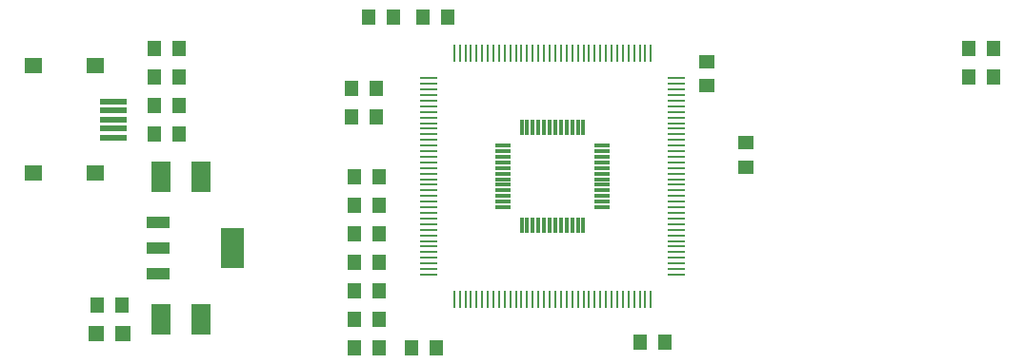
<source format=gtp>
G04 (created by PCBNEW-RS274X (2012-01-19 BZR 3256)-stable) date 16/09/2012 01:08:52*
G01*
G70*
G90*
%MOIN*%
G04 Gerber Fmt 3.4, Leading zero omitted, Abs format*
%FSLAX34Y34*%
G04 APERTURE LIST*
%ADD10C,0.006000*%
%ADD11R,0.060000X0.010000*%
%ADD12R,0.010000X0.060000*%
%ADD13R,0.080000X0.144000*%
%ADD14R,0.080000X0.040000*%
%ADD15R,0.070000X0.110000*%
%ADD16R,0.045000X0.055000*%
%ADD17R,0.055000X0.055000*%
%ADD18R,0.011800X0.057200*%
%ADD19R,0.057200X0.011800*%
%ADD20R,0.055000X0.045000*%
%ADD21R,0.063000X0.055100*%
%ADD22R,0.092500X0.019700*%
G04 APERTURE END LIST*
G54D10*
G54D11*
X75675Y-43055D03*
X75675Y-43255D03*
X75675Y-43450D03*
X75675Y-43645D03*
X75675Y-43845D03*
X75675Y-44040D03*
X75675Y-44235D03*
X75675Y-44435D03*
X75675Y-44630D03*
X75675Y-44825D03*
X75675Y-45025D03*
X75675Y-45220D03*
X75675Y-45415D03*
X75675Y-45615D03*
X75675Y-45810D03*
X75675Y-46005D03*
X75675Y-46205D03*
X75675Y-46400D03*
X75675Y-46600D03*
X75675Y-46795D03*
X75675Y-46995D03*
X75675Y-47190D03*
X75675Y-47385D03*
X75675Y-47585D03*
X75675Y-47780D03*
X75675Y-47975D03*
X75675Y-48175D03*
X75675Y-48370D03*
X75675Y-48565D03*
X75675Y-48765D03*
X75675Y-48960D03*
X75675Y-49155D03*
X75675Y-49355D03*
X75675Y-49550D03*
X75675Y-49745D03*
X75675Y-49945D03*
G54D12*
X82265Y-50825D03*
X82460Y-50825D03*
X82655Y-50825D03*
X82855Y-50825D03*
X83050Y-50825D03*
X83245Y-50825D03*
X83445Y-50825D03*
X82460Y-42175D03*
X82265Y-42175D03*
X82065Y-42175D03*
X81870Y-42175D03*
X81675Y-42175D03*
X81475Y-42175D03*
X81280Y-42175D03*
X81085Y-42175D03*
X80885Y-42175D03*
X80690Y-42175D03*
X80495Y-42175D03*
X80295Y-42175D03*
X80100Y-42175D03*
X79900Y-42175D03*
X79705Y-42175D03*
X79505Y-42175D03*
X79310Y-42175D03*
X79115Y-42175D03*
X78915Y-42175D03*
X78720Y-42175D03*
X78525Y-42175D03*
X78325Y-42175D03*
X78130Y-42175D03*
X77935Y-42175D03*
X77735Y-42175D03*
X77540Y-42175D03*
X77345Y-42175D03*
X77145Y-42175D03*
X76950Y-42175D03*
X76755Y-42175D03*
X76555Y-42175D03*
X76555Y-50825D03*
X76755Y-50825D03*
X76950Y-50825D03*
X77145Y-50825D03*
X77345Y-50825D03*
X77540Y-50825D03*
X77735Y-50825D03*
X77935Y-50825D03*
X78130Y-50825D03*
X78325Y-50825D03*
X78525Y-50825D03*
X78720Y-50825D03*
X78915Y-50825D03*
X79115Y-50825D03*
X79310Y-50825D03*
X79505Y-50825D03*
X79705Y-50825D03*
X79900Y-50825D03*
X80100Y-50825D03*
X80295Y-50825D03*
X80495Y-50825D03*
X80690Y-50825D03*
X80885Y-50825D03*
X81085Y-50825D03*
X81280Y-50825D03*
X81475Y-50825D03*
X81675Y-50825D03*
X81870Y-50825D03*
X82065Y-50825D03*
G54D11*
X84325Y-48960D03*
X84325Y-48765D03*
X84325Y-48565D03*
X84325Y-48370D03*
X84325Y-48175D03*
X84325Y-47975D03*
X84325Y-47780D03*
X84325Y-47585D03*
X84325Y-47385D03*
X84325Y-47190D03*
X84325Y-46995D03*
X84325Y-46795D03*
X84325Y-46600D03*
X84325Y-46400D03*
X84325Y-46205D03*
X84325Y-46005D03*
X84325Y-45810D03*
X84325Y-45615D03*
X84325Y-45415D03*
X84325Y-45220D03*
X84325Y-45025D03*
X84325Y-44825D03*
X84325Y-44630D03*
X84325Y-44435D03*
X84325Y-44235D03*
X84325Y-44040D03*
X84325Y-43845D03*
X84325Y-43645D03*
X84325Y-43450D03*
X84325Y-43255D03*
X84325Y-43055D03*
X84325Y-49945D03*
X84325Y-49745D03*
X84325Y-49550D03*
X84325Y-49355D03*
X84325Y-49155D03*
G54D12*
X83445Y-42175D03*
X83245Y-42175D03*
X83050Y-42175D03*
X82855Y-42175D03*
X82655Y-42175D03*
G54D13*
X68800Y-49000D03*
G54D14*
X66200Y-49000D03*
X66200Y-49900D03*
X66200Y-48100D03*
G54D15*
X67700Y-51500D03*
X66300Y-51500D03*
X67700Y-46500D03*
X66300Y-46500D03*
G54D16*
X73075Y-52500D03*
X73925Y-52500D03*
X74425Y-40900D03*
X73575Y-40900D03*
X73075Y-48500D03*
X73925Y-48500D03*
X66075Y-44000D03*
X66925Y-44000D03*
X66075Y-45000D03*
X66925Y-45000D03*
X66075Y-43000D03*
X66925Y-43000D03*
X73925Y-49500D03*
X73075Y-49500D03*
X73925Y-50500D03*
X73075Y-50500D03*
X66075Y-42000D03*
X66925Y-42000D03*
X73925Y-51500D03*
X73075Y-51500D03*
X73075Y-46500D03*
X73925Y-46500D03*
X73925Y-47500D03*
X73075Y-47500D03*
X73825Y-44400D03*
X72975Y-44400D03*
X72975Y-43400D03*
X73825Y-43400D03*
X64925Y-51000D03*
X64075Y-51000D03*
G54D17*
X64025Y-52000D03*
X64975Y-52000D03*
G54D18*
X80689Y-44777D03*
X80492Y-44777D03*
X80295Y-44777D03*
X80098Y-44777D03*
X79902Y-44777D03*
X79705Y-44777D03*
X80886Y-44777D03*
X81083Y-44777D03*
G54D19*
X81723Y-45417D03*
X81723Y-45614D03*
X81723Y-45811D03*
G54D18*
X79705Y-48223D03*
X79508Y-48223D03*
X79311Y-48223D03*
X79114Y-48223D03*
X78917Y-48223D03*
G54D19*
X78277Y-47583D03*
G54D18*
X79902Y-48223D03*
X80098Y-48223D03*
X80295Y-48223D03*
X80492Y-48223D03*
X80689Y-48223D03*
G54D19*
X78277Y-46402D03*
X81723Y-46992D03*
X78277Y-46598D03*
X81723Y-47189D03*
X81723Y-47386D03*
X78277Y-46795D03*
X78277Y-46992D03*
X81723Y-47583D03*
G54D18*
X81083Y-48223D03*
G54D19*
X78277Y-47189D03*
X78277Y-47386D03*
G54D18*
X80886Y-48223D03*
G54D19*
X81723Y-46795D03*
X78277Y-46205D03*
X78277Y-46008D03*
X81723Y-46598D03*
X81723Y-46402D03*
X78277Y-45811D03*
X78277Y-45614D03*
X81723Y-46205D03*
X81723Y-46008D03*
X78277Y-45417D03*
G54D18*
X79508Y-44777D03*
X79311Y-44777D03*
X79114Y-44777D03*
X78917Y-44777D03*
G54D16*
X75925Y-52500D03*
X75075Y-52500D03*
X83075Y-52300D03*
X83925Y-52300D03*
G54D20*
X86750Y-46175D03*
X86750Y-45325D03*
X85400Y-43325D03*
X85400Y-42475D03*
G54D16*
X76325Y-40900D03*
X75475Y-40900D03*
G54D21*
X61835Y-42610D03*
X64000Y-42610D03*
X61835Y-46390D03*
X64000Y-46390D03*
G54D22*
X64630Y-43870D03*
X64630Y-44185D03*
X64630Y-44500D03*
X64630Y-44815D03*
X64630Y-45130D03*
G54D16*
X95425Y-43000D03*
X94575Y-43000D03*
X95425Y-42000D03*
X94575Y-42000D03*
M02*

</source>
